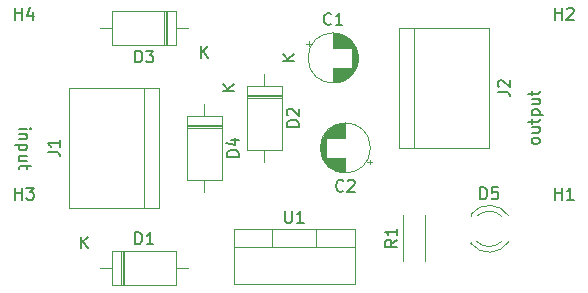
<source format=gbr>
%TF.GenerationSoftware,KiCad,Pcbnew,(6.0.9)*%
%TF.CreationDate,2023-01-25T05:46:05+05:30*%
%TF.ProjectId,PowerSupply,506f7765-7253-4757-9070-6c792e6b6963,rev?*%
%TF.SameCoordinates,Original*%
%TF.FileFunction,Legend,Top*%
%TF.FilePolarity,Positive*%
%FSLAX46Y46*%
G04 Gerber Fmt 4.6, Leading zero omitted, Abs format (unit mm)*
G04 Created by KiCad (PCBNEW (6.0.9)) date 2023-01-25 05:46:05*
%MOMM*%
%LPD*%
G01*
G04 APERTURE LIST*
%ADD10C,0.150000*%
%ADD11C,0.120000*%
G04 APERTURE END LIST*
D10*
X103687619Y-92337142D02*
X104354285Y-92337142D01*
X104687619Y-92337142D02*
X104640000Y-92289523D01*
X104592380Y-92337142D01*
X104640000Y-92384761D01*
X104687619Y-92337142D01*
X104592380Y-92337142D01*
X104354285Y-92813333D02*
X103687619Y-92813333D01*
X104259047Y-92813333D02*
X104306666Y-92860952D01*
X104354285Y-92956190D01*
X104354285Y-93099047D01*
X104306666Y-93194285D01*
X104211428Y-93241904D01*
X103687619Y-93241904D01*
X104354285Y-93718095D02*
X103354285Y-93718095D01*
X104306666Y-93718095D02*
X104354285Y-93813333D01*
X104354285Y-94003809D01*
X104306666Y-94099047D01*
X104259047Y-94146666D01*
X104163809Y-94194285D01*
X103878095Y-94194285D01*
X103782857Y-94146666D01*
X103735238Y-94099047D01*
X103687619Y-94003809D01*
X103687619Y-93813333D01*
X103735238Y-93718095D01*
X104354285Y-95051428D02*
X103687619Y-95051428D01*
X104354285Y-94622857D02*
X103830476Y-94622857D01*
X103735238Y-94670476D01*
X103687619Y-94765714D01*
X103687619Y-94908571D01*
X103735238Y-95003809D01*
X103782857Y-95051428D01*
X104354285Y-95384761D02*
X104354285Y-95765714D01*
X104687619Y-95527619D02*
X103830476Y-95527619D01*
X103735238Y-95575238D01*
X103687619Y-95670476D01*
X103687619Y-95765714D01*
X147772380Y-93440000D02*
X147724761Y-93535238D01*
X147677142Y-93582857D01*
X147581904Y-93630476D01*
X147296190Y-93630476D01*
X147200952Y-93582857D01*
X147153333Y-93535238D01*
X147105714Y-93440000D01*
X147105714Y-93297142D01*
X147153333Y-93201904D01*
X147200952Y-93154285D01*
X147296190Y-93106666D01*
X147581904Y-93106666D01*
X147677142Y-93154285D01*
X147724761Y-93201904D01*
X147772380Y-93297142D01*
X147772380Y-93440000D01*
X147105714Y-92249523D02*
X147772380Y-92249523D01*
X147105714Y-92678095D02*
X147629523Y-92678095D01*
X147724761Y-92630476D01*
X147772380Y-92535238D01*
X147772380Y-92392380D01*
X147724761Y-92297142D01*
X147677142Y-92249523D01*
X147105714Y-91916190D02*
X147105714Y-91535238D01*
X146772380Y-91773333D02*
X147629523Y-91773333D01*
X147724761Y-91725714D01*
X147772380Y-91630476D01*
X147772380Y-91535238D01*
X147105714Y-91201904D02*
X148105714Y-91201904D01*
X147153333Y-91201904D02*
X147105714Y-91106666D01*
X147105714Y-90916190D01*
X147153333Y-90820952D01*
X147200952Y-90773333D01*
X147296190Y-90725714D01*
X147581904Y-90725714D01*
X147677142Y-90773333D01*
X147724761Y-90820952D01*
X147772380Y-90916190D01*
X147772380Y-91106666D01*
X147724761Y-91201904D01*
X147105714Y-89868571D02*
X147772380Y-89868571D01*
X147105714Y-90297142D02*
X147629523Y-90297142D01*
X147724761Y-90249523D01*
X147772380Y-90154285D01*
X147772380Y-90011428D01*
X147724761Y-89916190D01*
X147677142Y-89868571D01*
X147105714Y-89535238D02*
X147105714Y-89154285D01*
X146772380Y-89392380D02*
X147629523Y-89392380D01*
X147724761Y-89344761D01*
X147772380Y-89249523D01*
X147772380Y-89154285D01*
%TO.C,H2*%
X149098095Y-83112380D02*
X149098095Y-82112380D01*
X149098095Y-82588571D02*
X149669523Y-82588571D01*
X149669523Y-83112380D02*
X149669523Y-82112380D01*
X150098095Y-82207619D02*
X150145714Y-82160000D01*
X150240952Y-82112380D01*
X150479047Y-82112380D01*
X150574285Y-82160000D01*
X150621904Y-82207619D01*
X150669523Y-82302857D01*
X150669523Y-82398095D01*
X150621904Y-82540952D01*
X150050476Y-83112380D01*
X150669523Y-83112380D01*
%TO.C,C1*%
X130123333Y-83467142D02*
X130075714Y-83514761D01*
X129932857Y-83562380D01*
X129837619Y-83562380D01*
X129694761Y-83514761D01*
X129599523Y-83419523D01*
X129551904Y-83324285D01*
X129504285Y-83133809D01*
X129504285Y-82990952D01*
X129551904Y-82800476D01*
X129599523Y-82705238D01*
X129694761Y-82610000D01*
X129837619Y-82562380D01*
X129932857Y-82562380D01*
X130075714Y-82610000D01*
X130123333Y-82657619D01*
X131075714Y-83562380D02*
X130504285Y-83562380D01*
X130790000Y-83562380D02*
X130790000Y-82562380D01*
X130694761Y-82705238D01*
X130599523Y-82800476D01*
X130504285Y-82848095D01*
%TO.C,H1*%
X149098095Y-98352380D02*
X149098095Y-97352380D01*
X149098095Y-97828571D02*
X149669523Y-97828571D01*
X149669523Y-98352380D02*
X149669523Y-97352380D01*
X150669523Y-98352380D02*
X150098095Y-98352380D01*
X150383809Y-98352380D02*
X150383809Y-97352380D01*
X150288571Y-97495238D01*
X150193333Y-97590476D01*
X150098095Y-97638095D01*
%TO.C,U1*%
X126238095Y-99322380D02*
X126238095Y-100131904D01*
X126285714Y-100227142D01*
X126333333Y-100274761D01*
X126428571Y-100322380D01*
X126619047Y-100322380D01*
X126714285Y-100274761D01*
X126761904Y-100227142D01*
X126809523Y-100131904D01*
X126809523Y-99322380D01*
X127809523Y-100322380D02*
X127238095Y-100322380D01*
X127523809Y-100322380D02*
X127523809Y-99322380D01*
X127428571Y-99465238D01*
X127333333Y-99560476D01*
X127238095Y-99608095D01*
%TO.C,R1*%
X135692380Y-101766666D02*
X135216190Y-102100000D01*
X135692380Y-102338095D02*
X134692380Y-102338095D01*
X134692380Y-101957142D01*
X134740000Y-101861904D01*
X134787619Y-101814285D01*
X134882857Y-101766666D01*
X135025714Y-101766666D01*
X135120952Y-101814285D01*
X135168571Y-101861904D01*
X135216190Y-101957142D01*
X135216190Y-102338095D01*
X135692380Y-100814285D02*
X135692380Y-101385714D01*
X135692380Y-101100000D02*
X134692380Y-101100000D01*
X134835238Y-101195238D01*
X134930476Y-101290476D01*
X134978095Y-101385714D01*
%TO.C,H3*%
X103378095Y-98352380D02*
X103378095Y-97352380D01*
X103378095Y-97828571D02*
X103949523Y-97828571D01*
X103949523Y-98352380D02*
X103949523Y-97352380D01*
X104330476Y-97352380D02*
X104949523Y-97352380D01*
X104616190Y-97733333D01*
X104759047Y-97733333D01*
X104854285Y-97780952D01*
X104901904Y-97828571D01*
X104949523Y-97923809D01*
X104949523Y-98161904D01*
X104901904Y-98257142D01*
X104854285Y-98304761D01*
X104759047Y-98352380D01*
X104473333Y-98352380D01*
X104378095Y-98304761D01*
X104330476Y-98257142D01*
%TO.C,J2*%
X144232380Y-89233333D02*
X144946666Y-89233333D01*
X145089523Y-89280952D01*
X145184761Y-89376190D01*
X145232380Y-89519047D01*
X145232380Y-89614285D01*
X144327619Y-88804761D02*
X144280000Y-88757142D01*
X144232380Y-88661904D01*
X144232380Y-88423809D01*
X144280000Y-88328571D01*
X144327619Y-88280952D01*
X144422857Y-88233333D01*
X144518095Y-88233333D01*
X144660952Y-88280952D01*
X145232380Y-88852380D01*
X145232380Y-88233333D01*
%TO.C,D4*%
X122302380Y-94718095D02*
X121302380Y-94718095D01*
X121302380Y-94480000D01*
X121350000Y-94337142D01*
X121445238Y-94241904D01*
X121540476Y-94194285D01*
X121730952Y-94146666D01*
X121873809Y-94146666D01*
X122064285Y-94194285D01*
X122159523Y-94241904D01*
X122254761Y-94337142D01*
X122302380Y-94480000D01*
X122302380Y-94718095D01*
X121635714Y-93289523D02*
X122302380Y-93289523D01*
X121254761Y-93527619D02*
X121969047Y-93765714D01*
X121969047Y-93146666D01*
X121932380Y-89161904D02*
X120932380Y-89161904D01*
X121932380Y-88590476D02*
X121360952Y-89019047D01*
X120932380Y-88590476D02*
X121503809Y-89161904D01*
%TO.C,D1*%
X113561904Y-102122380D02*
X113561904Y-101122380D01*
X113800000Y-101122380D01*
X113942857Y-101170000D01*
X114038095Y-101265238D01*
X114085714Y-101360476D01*
X114133333Y-101550952D01*
X114133333Y-101693809D01*
X114085714Y-101884285D01*
X114038095Y-101979523D01*
X113942857Y-102074761D01*
X113800000Y-102122380D01*
X113561904Y-102122380D01*
X115085714Y-102122380D02*
X114514285Y-102122380D01*
X114800000Y-102122380D02*
X114800000Y-101122380D01*
X114704761Y-101265238D01*
X114609523Y-101360476D01*
X114514285Y-101408095D01*
X108958095Y-102492380D02*
X108958095Y-101492380D01*
X109529523Y-102492380D02*
X109100952Y-101920952D01*
X109529523Y-101492380D02*
X108958095Y-102063809D01*
%TO.C,H4*%
X103378095Y-83112380D02*
X103378095Y-82112380D01*
X103378095Y-82588571D02*
X103949523Y-82588571D01*
X103949523Y-83112380D02*
X103949523Y-82112380D01*
X104854285Y-82445714D02*
X104854285Y-83112380D01*
X104616190Y-82064761D02*
X104378095Y-82779047D01*
X104997142Y-82779047D01*
%TO.C,D5*%
X142771904Y-98322380D02*
X142771904Y-97322380D01*
X143010000Y-97322380D01*
X143152857Y-97370000D01*
X143248095Y-97465238D01*
X143295714Y-97560476D01*
X143343333Y-97750952D01*
X143343333Y-97893809D01*
X143295714Y-98084285D01*
X143248095Y-98179523D01*
X143152857Y-98274761D01*
X143010000Y-98322380D01*
X142771904Y-98322380D01*
X144248095Y-97322380D02*
X143771904Y-97322380D01*
X143724285Y-97798571D01*
X143771904Y-97750952D01*
X143867142Y-97703333D01*
X144105238Y-97703333D01*
X144200476Y-97750952D01*
X144248095Y-97798571D01*
X144295714Y-97893809D01*
X144295714Y-98131904D01*
X144248095Y-98227142D01*
X144200476Y-98274761D01*
X144105238Y-98322380D01*
X143867142Y-98322380D01*
X143771904Y-98274761D01*
X143724285Y-98227142D01*
%TO.C,C2*%
X131163333Y-97587142D02*
X131115714Y-97634761D01*
X130972857Y-97682380D01*
X130877619Y-97682380D01*
X130734761Y-97634761D01*
X130639523Y-97539523D01*
X130591904Y-97444285D01*
X130544285Y-97253809D01*
X130544285Y-97110952D01*
X130591904Y-96920476D01*
X130639523Y-96825238D01*
X130734761Y-96730000D01*
X130877619Y-96682380D01*
X130972857Y-96682380D01*
X131115714Y-96730000D01*
X131163333Y-96777619D01*
X131544285Y-96777619D02*
X131591904Y-96730000D01*
X131687142Y-96682380D01*
X131925238Y-96682380D01*
X132020476Y-96730000D01*
X132068095Y-96777619D01*
X132115714Y-96872857D01*
X132115714Y-96968095D01*
X132068095Y-97110952D01*
X131496666Y-97682380D01*
X132115714Y-97682380D01*
%TO.C,J1*%
X106132380Y-94313333D02*
X106846666Y-94313333D01*
X106989523Y-94360952D01*
X107084761Y-94456190D01*
X107132380Y-94599047D01*
X107132380Y-94694285D01*
X107132380Y-93313333D02*
X107132380Y-93884761D01*
X107132380Y-93599047D02*
X106132380Y-93599047D01*
X106275238Y-93694285D01*
X106370476Y-93789523D01*
X106418095Y-93884761D01*
%TO.C,D3*%
X113561904Y-86742380D02*
X113561904Y-85742380D01*
X113800000Y-85742380D01*
X113942857Y-85790000D01*
X114038095Y-85885238D01*
X114085714Y-85980476D01*
X114133333Y-86170952D01*
X114133333Y-86313809D01*
X114085714Y-86504285D01*
X114038095Y-86599523D01*
X113942857Y-86694761D01*
X113800000Y-86742380D01*
X113561904Y-86742380D01*
X114466666Y-85742380D02*
X115085714Y-85742380D01*
X114752380Y-86123333D01*
X114895238Y-86123333D01*
X114990476Y-86170952D01*
X115038095Y-86218571D01*
X115085714Y-86313809D01*
X115085714Y-86551904D01*
X115038095Y-86647142D01*
X114990476Y-86694761D01*
X114895238Y-86742380D01*
X114609523Y-86742380D01*
X114514285Y-86694761D01*
X114466666Y-86647142D01*
X119118095Y-86372380D02*
X119118095Y-85372380D01*
X119689523Y-86372380D02*
X119260952Y-85800952D01*
X119689523Y-85372380D02*
X119118095Y-85943809D01*
%TO.C,D2*%
X127382380Y-92178095D02*
X126382380Y-92178095D01*
X126382380Y-91940000D01*
X126430000Y-91797142D01*
X126525238Y-91701904D01*
X126620476Y-91654285D01*
X126810952Y-91606666D01*
X126953809Y-91606666D01*
X127144285Y-91654285D01*
X127239523Y-91701904D01*
X127334761Y-91797142D01*
X127382380Y-91940000D01*
X127382380Y-92178095D01*
X126477619Y-91225714D02*
X126430000Y-91178095D01*
X126382380Y-91082857D01*
X126382380Y-90844761D01*
X126430000Y-90749523D01*
X126477619Y-90701904D01*
X126572857Y-90654285D01*
X126668095Y-90654285D01*
X126810952Y-90701904D01*
X127382380Y-91273333D01*
X127382380Y-90654285D01*
X127012380Y-86621904D02*
X126012380Y-86621904D01*
X127012380Y-86050476D02*
X126440952Y-86479047D01*
X126012380Y-86050476D02*
X126583809Y-86621904D01*
D11*
%TO.C,C1*%
X130490000Y-84289000D02*
X130490000Y-85520000D01*
X130770000Y-87200000D02*
X130770000Y-88385000D01*
X130570000Y-84298000D02*
X130570000Y-85520000D01*
X130890000Y-87200000D02*
X130890000Y-88354000D01*
X128220199Y-84965000D02*
X128220199Y-85365000D01*
X130850000Y-84355000D02*
X130850000Y-85520000D01*
X131811000Y-87200000D02*
X131811000Y-87798000D01*
X131091000Y-84436000D02*
X131091000Y-85520000D01*
X131011000Y-87200000D02*
X131011000Y-88314000D01*
X131411000Y-87200000D02*
X131411000Y-88120000D01*
X130530000Y-84293000D02*
X130530000Y-85520000D01*
X130930000Y-87200000D02*
X130930000Y-88342000D01*
X131211000Y-87200000D02*
X131211000Y-88230000D01*
X131891000Y-85009000D02*
X131891000Y-87711000D01*
X131251000Y-87200000D02*
X131251000Y-88211000D01*
X130370000Y-84281000D02*
X130370000Y-85520000D01*
X131691000Y-84808000D02*
X131691000Y-85520000D01*
X131131000Y-87200000D02*
X131131000Y-88267000D01*
X130290000Y-87200000D02*
X130290000Y-88440000D01*
X131211000Y-84490000D02*
X131211000Y-85520000D01*
X132091000Y-85280000D02*
X132091000Y-87440000D01*
X131011000Y-84406000D02*
X131011000Y-85520000D01*
X130810000Y-84344000D02*
X130810000Y-85520000D01*
X131851000Y-87200000D02*
X131851000Y-87756000D01*
X131611000Y-84741000D02*
X131611000Y-85520000D01*
X130890000Y-84366000D02*
X130890000Y-85520000D01*
X130410000Y-87200000D02*
X130410000Y-88437000D01*
X131251000Y-84509000D02*
X131251000Y-85520000D01*
X131291000Y-84530000D02*
X131291000Y-85520000D01*
X132051000Y-85218000D02*
X132051000Y-87502000D01*
X131811000Y-84922000D02*
X131811000Y-85520000D01*
X130650000Y-84310000D02*
X130650000Y-85520000D01*
X130610000Y-84304000D02*
X130610000Y-85520000D01*
X131731000Y-84844000D02*
X131731000Y-85520000D01*
X131851000Y-84964000D02*
X131851000Y-85520000D01*
X131771000Y-87200000D02*
X131771000Y-87838000D01*
X131571000Y-84710000D02*
X131571000Y-85520000D01*
X131651000Y-84773000D02*
X131651000Y-85520000D01*
X132211000Y-85501000D02*
X132211000Y-87219000D01*
X130290000Y-84280000D02*
X130290000Y-85520000D01*
X130810000Y-87200000D02*
X130810000Y-88376000D01*
X131331000Y-84552000D02*
X131331000Y-85520000D01*
X132251000Y-85592000D02*
X132251000Y-87128000D01*
X131371000Y-87200000D02*
X131371000Y-88145000D01*
X131931000Y-85056000D02*
X131931000Y-87664000D01*
X130370000Y-87200000D02*
X130370000Y-88439000D01*
X128020199Y-85165000D02*
X128420199Y-85165000D01*
X131531000Y-87200000D02*
X131531000Y-88040000D01*
X131451000Y-87200000D02*
X131451000Y-88095000D01*
X131731000Y-87200000D02*
X131731000Y-87876000D01*
X131971000Y-85106000D02*
X131971000Y-87614000D01*
X132171000Y-85420000D02*
X132171000Y-87300000D01*
X130970000Y-87200000D02*
X130970000Y-88328000D01*
X131091000Y-87200000D02*
X131091000Y-88284000D01*
X130730000Y-84326000D02*
X130730000Y-85520000D01*
X132331000Y-85823000D02*
X132331000Y-86897000D01*
X131051000Y-84420000D02*
X131051000Y-85520000D01*
X132011000Y-85160000D02*
X132011000Y-87560000D01*
X131571000Y-87200000D02*
X131571000Y-88010000D01*
X131771000Y-84882000D02*
X131771000Y-85520000D01*
X130610000Y-87200000D02*
X130610000Y-88416000D01*
X130490000Y-87200000D02*
X130490000Y-88431000D01*
X131171000Y-87200000D02*
X131171000Y-88249000D01*
X132131000Y-85347000D02*
X132131000Y-87373000D01*
X131651000Y-87200000D02*
X131651000Y-87947000D01*
X130850000Y-87200000D02*
X130850000Y-88365000D01*
X131531000Y-84680000D02*
X131531000Y-85520000D01*
X130450000Y-87200000D02*
X130450000Y-88434000D01*
X132371000Y-85990000D02*
X132371000Y-86730000D01*
X130330000Y-87200000D02*
X130330000Y-88440000D01*
X130690000Y-84318000D02*
X130690000Y-85520000D01*
X131491000Y-84652000D02*
X131491000Y-85520000D01*
X131291000Y-87200000D02*
X131291000Y-88190000D01*
X131051000Y-87200000D02*
X131051000Y-88300000D01*
X130330000Y-84280000D02*
X130330000Y-85520000D01*
X131411000Y-84600000D02*
X131411000Y-85520000D01*
X130450000Y-84286000D02*
X130450000Y-85520000D01*
X130410000Y-84283000D02*
X130410000Y-85520000D01*
X131131000Y-84453000D02*
X131131000Y-85520000D01*
X130650000Y-87200000D02*
X130650000Y-88410000D01*
X132291000Y-85696000D02*
X132291000Y-87024000D01*
X130690000Y-87200000D02*
X130690000Y-88402000D01*
X130530000Y-87200000D02*
X130530000Y-88427000D01*
X131371000Y-84575000D02*
X131371000Y-85520000D01*
X130770000Y-84335000D02*
X130770000Y-85520000D01*
X130570000Y-87200000D02*
X130570000Y-88422000D01*
X131611000Y-87200000D02*
X131611000Y-87979000D01*
X131171000Y-84471000D02*
X131171000Y-85520000D01*
X131491000Y-87200000D02*
X131491000Y-88068000D01*
X130930000Y-84378000D02*
X130930000Y-85520000D01*
X130730000Y-87200000D02*
X130730000Y-88394000D01*
X131691000Y-87200000D02*
X131691000Y-87912000D01*
X131451000Y-84625000D02*
X131451000Y-85520000D01*
X130970000Y-84392000D02*
X130970000Y-85520000D01*
X131331000Y-87200000D02*
X131331000Y-88168000D01*
X132410000Y-86360000D02*
G75*
G03*
X132410000Y-86360000I-2120000J0D01*
G01*
%TO.C,U1*%
X121880000Y-105511000D02*
X132120000Y-105511000D01*
X121880000Y-102380000D02*
X132120000Y-102380000D01*
X121880000Y-100870000D02*
X132120000Y-100870000D01*
X125150000Y-100870000D02*
X125150000Y-102380000D01*
X128851000Y-100870000D02*
X128851000Y-102380000D01*
X121880000Y-100870000D02*
X121880000Y-105511000D01*
X132120000Y-100870000D02*
X132120000Y-105511000D01*
%TO.C,R1*%
X138080000Y-103520000D02*
X138080000Y-99680000D01*
X136240000Y-103520000D02*
X136240000Y-99680000D01*
%TO.C,J2*%
X143510000Y-93980000D02*
X143510000Y-83820000D01*
X137160000Y-93980000D02*
X137160000Y-83820000D01*
X143510000Y-83820000D02*
X135890000Y-83820000D01*
X135890000Y-93980000D02*
X143510000Y-93980000D01*
X135890000Y-83820000D02*
X135890000Y-93980000D01*
%TO.C,D4*%
X117910000Y-96700000D02*
X120850000Y-96700000D01*
X120850000Y-92280000D02*
X117910000Y-92280000D01*
X120850000Y-92040000D02*
X117910000Y-92040000D01*
X119380000Y-97720000D02*
X119380000Y-96700000D01*
X120850000Y-92160000D02*
X117910000Y-92160000D01*
X120850000Y-91260000D02*
X117910000Y-91260000D01*
X119380000Y-90240000D02*
X119380000Y-91260000D01*
X120850000Y-96700000D02*
X120850000Y-91260000D01*
X117910000Y-91260000D02*
X117910000Y-96700000D01*
%TO.C,D1*%
X111580000Y-102670000D02*
X111580000Y-105610000D01*
X112360000Y-102670000D02*
X112360000Y-105610000D01*
X112600000Y-102670000D02*
X112600000Y-105610000D01*
X110560000Y-104140000D02*
X111580000Y-104140000D01*
X117020000Y-105610000D02*
X117020000Y-102670000D01*
X112480000Y-102670000D02*
X112480000Y-105610000D01*
X117020000Y-102670000D02*
X111580000Y-102670000D01*
X118040000Y-104140000D02*
X117020000Y-104140000D01*
X111580000Y-105610000D02*
X117020000Y-105610000D01*
%TO.C,D5*%
X141950000Y-99594000D02*
X141950000Y-99750000D01*
X141950000Y-101910000D02*
X141950000Y-102066000D01*
X142469039Y-101910000D02*
G75*
G03*
X144551130Y-101909837I1040961J1080000D01*
G01*
X145182335Y-99751392D02*
G75*
G03*
X141950000Y-99594484I-1672335J-1078608D01*
G01*
X141950000Y-102065516D02*
G75*
G03*
X145182335Y-101908608I1560000J1235516D01*
G01*
X144551130Y-99750163D02*
G75*
G03*
X142469039Y-99750000I-1041130J-1079837D01*
G01*
%TO.C,C2*%
X129289000Y-94517000D02*
X129289000Y-93443000D01*
X131050000Y-93140000D02*
X131050000Y-91918000D01*
X130249000Y-95765000D02*
X130249000Y-94820000D01*
X130529000Y-93140000D02*
X130529000Y-92056000D01*
X133399801Y-95375000D02*
X133399801Y-94975000D01*
X131210000Y-96057000D02*
X131210000Y-94820000D01*
X130690000Y-93140000D02*
X130690000Y-91998000D01*
X130529000Y-95904000D02*
X130529000Y-94820000D01*
X130409000Y-95850000D02*
X130409000Y-94820000D01*
X130049000Y-95630000D02*
X130049000Y-94820000D01*
X129729000Y-95331000D02*
X129729000Y-92629000D01*
X129449000Y-94920000D02*
X129449000Y-93040000D01*
X131050000Y-96042000D02*
X131050000Y-94820000D01*
X130049000Y-93140000D02*
X130049000Y-92330000D01*
X130770000Y-95985000D02*
X130770000Y-94820000D01*
X129689000Y-95284000D02*
X129689000Y-92676000D01*
X129329000Y-94644000D02*
X129329000Y-93316000D01*
X130810000Y-95996000D02*
X130810000Y-94820000D01*
X129489000Y-94993000D02*
X129489000Y-92967000D01*
X129769000Y-95376000D02*
X129769000Y-94820000D01*
X130890000Y-93140000D02*
X130890000Y-91946000D01*
X130850000Y-96005000D02*
X130850000Y-94820000D01*
X129369000Y-94748000D02*
X129369000Y-93212000D01*
X131170000Y-93140000D02*
X131170000Y-91906000D01*
X130209000Y-95740000D02*
X130209000Y-94820000D01*
X129249000Y-94350000D02*
X129249000Y-93610000D01*
X129969000Y-93140000D02*
X129969000Y-92393000D01*
X130369000Y-95831000D02*
X130369000Y-94820000D01*
X129769000Y-93140000D02*
X129769000Y-92584000D01*
X130009000Y-95599000D02*
X130009000Y-94820000D01*
X130129000Y-93140000D02*
X130129000Y-92272000D01*
X130489000Y-95887000D02*
X130489000Y-94820000D01*
X129849000Y-93140000D02*
X129849000Y-92502000D01*
X131330000Y-96060000D02*
X131330000Y-94820000D01*
X130289000Y-93140000D02*
X130289000Y-92172000D01*
X130449000Y-95869000D02*
X130449000Y-94820000D01*
X129809000Y-95418000D02*
X129809000Y-94820000D01*
X130169000Y-93140000D02*
X130169000Y-92245000D01*
X130209000Y-93140000D02*
X130209000Y-92220000D01*
X131290000Y-93140000D02*
X131290000Y-91900000D01*
X133599801Y-95175000D02*
X133199801Y-95175000D01*
X131170000Y-96054000D02*
X131170000Y-94820000D01*
X130089000Y-95660000D02*
X130089000Y-94820000D01*
X131210000Y-93140000D02*
X131210000Y-91903000D01*
X130609000Y-93140000D02*
X130609000Y-92026000D01*
X129889000Y-95496000D02*
X129889000Y-94820000D01*
X131250000Y-93140000D02*
X131250000Y-91901000D01*
X130690000Y-95962000D02*
X130690000Y-94820000D01*
X130289000Y-95788000D02*
X130289000Y-94820000D01*
X129609000Y-95180000D02*
X129609000Y-92780000D01*
X130089000Y-93140000D02*
X130089000Y-92300000D01*
X131010000Y-93140000D02*
X131010000Y-91924000D01*
X130810000Y-93140000D02*
X130810000Y-91964000D01*
X130770000Y-93140000D02*
X130770000Y-91975000D01*
X130890000Y-96014000D02*
X130890000Y-94820000D01*
X129889000Y-93140000D02*
X129889000Y-92464000D01*
X131090000Y-93140000D02*
X131090000Y-91913000D01*
X129809000Y-93140000D02*
X129809000Y-92542000D01*
X130650000Y-95948000D02*
X130650000Y-94820000D01*
X130329000Y-95810000D02*
X130329000Y-94820000D01*
X131090000Y-96047000D02*
X131090000Y-94820000D01*
X129569000Y-95122000D02*
X129569000Y-92838000D01*
X130609000Y-95934000D02*
X130609000Y-94820000D01*
X131130000Y-96051000D02*
X131130000Y-94820000D01*
X130329000Y-93140000D02*
X130329000Y-92150000D01*
X130009000Y-93140000D02*
X130009000Y-92361000D01*
X130650000Y-93140000D02*
X130650000Y-92012000D01*
X130569000Y-93140000D02*
X130569000Y-92040000D01*
X130850000Y-93140000D02*
X130850000Y-91955000D01*
X129969000Y-95567000D02*
X129969000Y-94820000D01*
X130489000Y-93140000D02*
X130489000Y-92073000D01*
X131290000Y-96060000D02*
X131290000Y-94820000D01*
X129529000Y-95060000D02*
X129529000Y-92900000D01*
X129929000Y-93140000D02*
X129929000Y-92428000D01*
X130249000Y-93140000D02*
X130249000Y-92195000D01*
X129409000Y-94839000D02*
X129409000Y-93121000D01*
X130970000Y-93140000D02*
X130970000Y-91930000D01*
X129849000Y-95458000D02*
X129849000Y-94820000D01*
X130369000Y-93140000D02*
X130369000Y-92129000D01*
X130569000Y-95920000D02*
X130569000Y-94820000D01*
X130449000Y-93140000D02*
X130449000Y-92091000D01*
X130730000Y-95974000D02*
X130730000Y-94820000D01*
X130730000Y-93140000D02*
X130730000Y-91986000D01*
X130129000Y-95688000D02*
X130129000Y-94820000D01*
X130930000Y-96022000D02*
X130930000Y-94820000D01*
X129649000Y-95234000D02*
X129649000Y-92726000D01*
X131330000Y-93140000D02*
X131330000Y-91900000D01*
X131250000Y-96059000D02*
X131250000Y-94820000D01*
X130169000Y-95715000D02*
X130169000Y-94820000D01*
X130409000Y-93140000D02*
X130409000Y-92110000D01*
X131130000Y-93140000D02*
X131130000Y-91909000D01*
X131010000Y-96036000D02*
X131010000Y-94820000D01*
X130930000Y-93140000D02*
X130930000Y-91938000D01*
X129929000Y-95532000D02*
X129929000Y-94820000D01*
X130970000Y-96030000D02*
X130970000Y-94820000D01*
X133450000Y-93980000D02*
G75*
G03*
X133450000Y-93980000I-2120000J0D01*
G01*
%TO.C,J1*%
X115570000Y-88900000D02*
X107950000Y-88900000D01*
X115570000Y-99060000D02*
X115570000Y-88900000D01*
X114300000Y-88900000D02*
X114300000Y-99060000D01*
X107950000Y-88900000D02*
X107950000Y-99060000D01*
X107950000Y-99060000D02*
X115570000Y-99060000D01*
%TO.C,D3*%
X117020000Y-85290000D02*
X117020000Y-82350000D01*
X117020000Y-82350000D02*
X111580000Y-82350000D01*
X116120000Y-85290000D02*
X116120000Y-82350000D01*
X110560000Y-83820000D02*
X111580000Y-83820000D01*
X118040000Y-83820000D02*
X117020000Y-83820000D01*
X111580000Y-85290000D02*
X117020000Y-85290000D01*
X116240000Y-85290000D02*
X116240000Y-82350000D01*
X111580000Y-82350000D02*
X111580000Y-85290000D01*
X116000000Y-85290000D02*
X116000000Y-82350000D01*
%TO.C,D2*%
X124460000Y-95180000D02*
X124460000Y-94160000D01*
X125930000Y-94160000D02*
X125930000Y-88720000D01*
X124460000Y-87700000D02*
X124460000Y-88720000D01*
X122990000Y-88720000D02*
X122990000Y-94160000D01*
X125930000Y-89620000D02*
X122990000Y-89620000D01*
X125930000Y-89740000D02*
X122990000Y-89740000D01*
X125930000Y-89500000D02*
X122990000Y-89500000D01*
X125930000Y-88720000D02*
X122990000Y-88720000D01*
X122990000Y-94160000D02*
X125930000Y-94160000D01*
%TD*%
M02*

</source>
